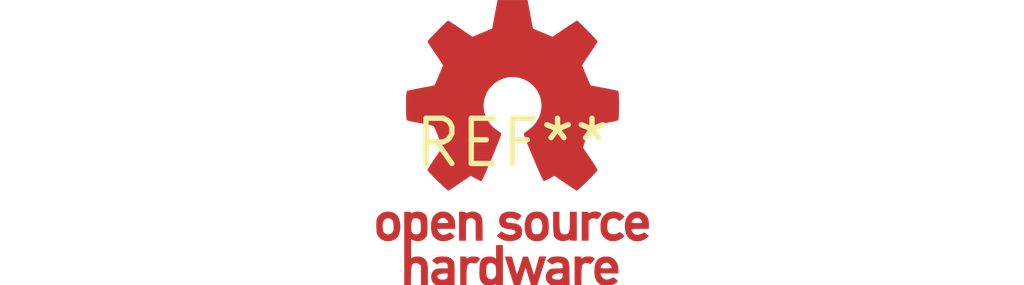
<source format=kicad_pcb>
(kicad_pcb (version 20240108) (generator pcbnew)
  (layers (0 "F.Cu" signal) (31 "B.Cu" signal) (34 "B.Paste" user) (35 "F.Paste" user) (36 "B.SilkS" user "B.Silkscreen") (37 "F.SilkS" user "F.Silkscreen") (38 "B.Mask" user) (39 "F.Mask" user) (44 "Edge.Cuts" user))
  (net 0 "")
  (footprint "OSHW-Logo_7.5x8mm_Copper" (layer "F.Cu") (at 0 0)
    (property "Reference" "REF**")
    (property "Value" "OSHW-Logo_7.5x8mm_Copper")
    (fp_poly (pts (xy 2.391388 1.937645) (xy 2.448865 1.955206) (xy 2.485872 1.977395) (xy 2.497927 1.994942) (xy 2.494609 2.015742) (xy 2.473079 2.048419) (xy 2.454874 2.071562) (xy 2.417344 2.113402) (xy 2.389148 2.131005) (xy 2.365111 2.129856) (xy 2.293808 2.11171) (xy 2.241442 2.112534) (xy 2.198918 2.133098) (xy 2.184642 2.145134) (xy 2.138947 2.187483) (xy 2.138947 2.740526) (xy 1.955131 2.740526) (xy 1.955131 1.938421) (xy 2.047039 1.938421) (xy 2.102219 1.940603) (xy 2.130688 1.948351) (xy 2.138943 1.963468) (xy 2.138947 1.963916) (xy 2.142845 1.979749) (xy 2.160474 1.977684) (xy 2.184901 1.966261) (xy 2.23535 1.945005) (xy 2.276316 1.932216) (xy 2.329028 1.928938) (xy 2.391388 1.937645)) (layer "F.Cu") (stroke (width 0.01)) (fill solid))
    (fp_poly (pts (xy 2.173167 3.191447) (xy 2.237408 3.204112) (xy 2.27398 3.222864) (xy 2.312453 3.254017) (xy 2.257717 3.323127) (xy 2.223969 3.364979) (xy 2.201053 3.385398) (xy 2.178279 3.388517) (xy 2.144956 3.378472) (xy 2.129314 3.372789) (xy 2.065542 3.364404) (xy 2.00714 3.382378) (xy 1.964264 3.422982) (xy 1.957299 3.435929) (xy 1.949713 3.470224) (xy 1.943859 3.533427) (xy 1.940011 3.62106) (xy 1.938443 3.72864) (xy 1.938421 3.743944) (xy 1.938421 4.010526) (xy 1.754605 4.010526) (xy 1.754605 3.19171) (xy 1.846513 3.19171) (xy 1.899507 3.193094) (xy 1.927115 3.199252) (xy 1.937324 3.213194) (xy 1.938421 3.226344) (xy 1.938421 3.260978) (xy 1.98245 3.226344) (xy 2.032937 3.202716) (xy 2.10076 3.191033) (xy 2.173167 3.191447)) (layer "F.Cu") (stroke (width 0.01)) (fill solid))
    (fp_poly (pts (xy -1.320119 3.193486) (xy -1.295112 3.200982) (xy -1.28705 3.217451) (xy -1.286711 3.224886) (xy -1.285264 3.245594) (xy -1.275302 3.248845) (xy -1.248388 3.234648) (xy -1.232402 3.224948) (xy -1.181967 3.204175) (xy -1.121728 3.193904) (xy -1.058566 3.193114) (xy -0.999363 3.200786) (xy -0.950998 3.215898) (xy -0.920354 3.237432) (xy -0.914311 3.264366) (xy -0.917361 3.27166) (xy -0.939594 3.301937) (xy -0.97407 3.339175) (xy -0.980306 3.345195) (xy -1.013167 3.372875) (xy -1.04152 3.381818) (xy -1.081173 3.375576) (xy -1.097058 3.371429) (xy -1.146491 3.361467) (xy -1.181248 3.365947) (xy -1.2106 3.381746) (xy -1.237487 3.402949) (xy -1.25729 3.429614) (xy -1.271052 3.466827) (xy -1.279816 3.519673) (xy -1.284626 3.593237) (xy -1.286526 3.692605) (xy -1.286711 3.752601) (xy -1.286711 4.010526) (xy -1.453816 4.010526) (xy -1.453816 3.19171) (xy -1.370264 3.19171) (xy -1.320119 3.193486)) (layer "F.Cu") (stroke (width 0.01)) (fill solid))
    (fp_poly (pts (xy 1.320131 2.198533) (xy 1.32171 2.321089) (xy 1.327481 2.414179) (xy 1.338991 2.481651) (xy 1.35779 2.527355) (xy 1.385426 2.555139) (xy 1.423448 2.568854) (xy 1.470526 2.572358) (xy 1.519832 2.568432) (xy 1.557283 2.554089) (xy 1.584428 2.525478) (xy 1.602815 2.478751) (xy 1.613993 2.410058) (xy 1.619511 2.31555) (xy 1.620921 2.198533) (xy 1.620921 1.938421) (xy 1.804736 1.938421) (xy 1.804736 2.740526) (xy 1.712828 2.740526) (xy 1.657422 2.738281) (xy 1.628891 2.730396) (xy 1.620921 2.715428) (xy 1.61612 2.702097) (xy 1.597014 2.704917) (xy 1.558504 2.723783) (xy 1.470239 2.752887) (xy 1.376623 2.750825) (xy 1.286921 2.719221) (xy 1.244204 2.694257) (xy 1.211621 2.667226) (xy 1.187817 2.633405) (xy 1.171439 2.588068) (xy 1.161131 2.526489) (xy 1.155541 2.443943) (xy 1.153312 2.335705) (xy 1.153026 2.252004) (xy 1.153026 1.938421) (xy 1.320131 1.938421) (xy 1.320131 2.198533)) (layer "F.Cu") (stroke (width 0.01)) (fill solid))
    (fp_poly (pts (xy -1.002043 1.952226) (xy -0.960454 1.97209) (xy -0.920175 2.000784) (xy -0.88949 2.033809) (xy -0.867139 2.075931) (xy -0.851864 2.131915) (xy -0.842408 2.206528) (xy -0.837513 2.304535) (xy -0.835919 2.430702) (xy -0.835894 2.443914) (xy -0.835527 2.740526) (xy -1.019343 2.740526) (xy -1.019343 2.467081) (xy -1.019473 2.365777) (xy -1.020379 2.292353) (xy -1.022827 2.241271) (xy -1.027586 2.20699) (xy -1.035426 2.183971) (xy -1.047115 2.166673) (xy -1.063398 2.149581) (xy -1.120366 2.112857) (xy -1.182555 2.106042) (xy -1.241801 2.129261) (xy -1.262405 2.146543) (xy -1.27753 2.162791) (xy -1.28839 2.180191) (xy -1.29569 2.204212) (xy -1.300137 2.240322) (xy -1.302436 2.293988) (xy -1.303296 2.37068) (xy -1.303422 2.464043) (xy -1.303422 2.740526) (xy -1.487237 2.740526) (xy -1.487237 1.938421) (xy -1.395329 1.938421) (xy -1.340149 1.940603) (xy -1.31168 1.948351) (xy -1.303425 1.963468) (xy -1.303422 1.963916) (xy -1.299592 1.97872) (xy -1.282699 1.97704) (xy -1.249112 1.960773) (xy -1.172937 1.93684) (xy -1.0858 1.934178) (xy -1.002043 1.952226)) (layer "F.Cu") (stroke (width 0.01)) (fill solid))
    (fp_poly (pts (xy 2.946576 1.945419) (xy 3.043395 1.986549) (xy 3.07389 2.006571) (xy 3.112865 2.03734) (xy 3.137331 2.061533) (xy 3.141578 2.069413) (xy 3.129584 2.086899) (xy 3.098887 2.11657) (xy 3.074312 2.137279) (xy 3.007046 2.191336) (xy 2.95393 2.146642) (xy 2.912884 2.117789) (xy 2.872863 2.107829) (xy 2.827059 2.110261) (xy 2.754324 2.128345) (xy 2.704256 2.165881) (xy 2.673829 2.226562) (xy 2.660017 2.314081) (xy 2.660013 2.314136) (xy 2.661208 2.411958) (xy 2.679772 2.48373) (xy 2.716804 2.532595) (xy 2.74205 2.549143) (xy 2.809097 2.569749) (xy 2.880709 2.569762) (xy 2.943015 2.549768) (xy 2.957763 2.54) (xy 2.99475 2.515047) (xy 3.023668 2.510958) (xy 3.054856 2.52953) (xy 3.089336 2.562887) (xy 3.143912 2.619196) (xy 3.083318 2.669142) (xy 2.989698 2.725513) (xy 2.884125 2.753293) (xy 2.773798 2.751282) (xy 2.701343 2.732862) (xy 2.616656 2.68731) (xy 2.548927 2.61565) (xy 2.518157 2.565066) (xy 2.493236 2.492488) (xy 2.480766 2.400569) (xy 2.48067 2.300948) (xy 2.49287 2.205267) (xy 2.51729 2.125169) (xy 2.521136 2.116956) (xy 2.578093 2.036413) (xy 2.655209 1.977771) (xy 2.74639 1.942247) (xy 2.845543 1.931057) (xy 2.946576 1.945419)) (layer "F.Cu") (stroke (width 0.01)) (fill solid))
    (fp_poly (pts (xy 0.811669 1.94831) (xy 0.896192 1.99434) (xy 0.962321 2.067006) (xy 0.993478 2.126106) (xy 1.006855 2.178305) (xy 1.015522 2.252719) (xy 1.019237 2.338442) (xy 1.017754 2.424569) (xy 1.010831 2.500193) (xy 1.002745 2.540584) (xy 0.975465 2.59584) (xy 0.92822 2.65453) (xy 0.871282 2.705852) (xy 0.814924 2.739005) (xy 0.81355 2.739531) (xy 0.743616 2.754018) (xy 0.660737 2.754377) (xy 0.581977 2.741188) (xy 0.551566 2.730617) (xy 0.473239 2.686201) (xy 0.417143 2.628007) (xy 0.380286 2.550965) (xy 0.35968 2.450001) (xy 0.355018 2.397116) (xy 0.355613 2.330663) (xy 0.534736 2.330663) (xy 0.54077 2.42763) (xy 0.558138 2.501523) (xy 0.58574 2.548736) (xy 0.605404 2.562237) (xy 0.655787 2.571651) (xy 0.715673 2.568864) (xy 0.767449 2.555316) (xy 0.781027 2.547862) (xy 0.816849 2.504451) (xy 0.840493 2.438014) (xy 0.850558 2.357161) (xy 0.845642 2.270502) (xy 0.834655 2.218349) (xy 0.803109 2.157951) (xy 0.753311 2.120197) (xy 0.693337 2.107143) (xy 0.631264 2.120849) (xy 0.583582 2.154372) (xy 0.558525 2.182031) (xy 0.5439 2.209294) (xy 0.536929 2.24619) (xy 0.534833 2.30275) (xy 0.534736 2.330663) (xy 0.355613 2.330663) (xy 0.356282 2.255994) (xy 0.379265 2.140271) (xy 0.423972 2.049941) (xy 0.490405 1.985) (xy 0.578565 1.945445) (xy 0.597495 1.940858) (xy 0.711266 1.93009) (xy 0.811669 1.94831)) (layer "F.Cu") (stroke (width 0.01)) (fill solid))
    (fp_poly (pts (xy 0.37413 3.195104) (xy 0.44022 3.200066) (xy 0.526626 3.459079) (xy 0.613031 3.718092) (xy 0.640124 3.626184) (xy 0.656428 3.569384) (xy 0.677875 3.492625) (xy 0.701035 3.408251) (xy 0.71328 3.362993) (xy 0.759344 3.19171) (xy 0.949387 3.19171) (xy 0.892582 3.371349) (xy 0.864607 3.459704) (xy 0.830813 3.566281) (xy 0.79552 3.677454) (xy 0.764013 3.776579) (xy 0.69225 4.002171) (xy 0.537286 4.012253) (xy 0.49527 3.873528) (xy 0.469359 3.787351) (xy 0.441083 3.692347) (xy 0.416369 3.608441) (xy 0.415394 3.605102) (xy 0.396935 3.548248) (xy 0.380649 3.509456) (xy 0.369242 3.494787) (xy 0.366898 3.496483) (xy 0.358671 3.519225) (xy 0.343038 3.56794) (xy 0.321904 3.636502) (xy 0.29717 3.718785) (xy 0.283787 3.764046) (xy 0.211311 4.010526) (xy 0.057495 4.010526) (xy -0.065469 3.622006) (xy -0.100012 3.513022) (xy -0.131479 3.414048) (xy -0.158384 3.329736) (xy -0.179241 3.264734) (xy -0.192562 3.223692) (xy -0.196612 3.211701) (xy -0.193406 3.199423) (xy -0.168235 3.194046) (xy -0.115854 3.194584) (xy -0.107655 3.19499) (xy -0.010518 3.200066) (xy 0.0531 3.434013) (xy 0.076484 3.519333) (xy 0.097381 3.594335) (xy 0.113951 3.652507) (xy 0.124354 3.687337) (xy 0.126276 3.693016) (xy 0.134241 3.686486) (xy 0.150304 3.652654) (xy 0.172621 3.596127) (xy 0.199345 3.52151) (xy 0.221937 3.454107) (xy 0.308041 3.190143) (xy 0.37413 3.195104)) (layer "F.Cu") (stroke (width 0.01)) (fill solid))
    (fp_poly (pts (xy -3.373216 1.947104) (xy -3.285795 1.985754) (xy -3.21943 2.05029) (xy -3.174024 2.140812) (xy -3.149482 2.257418) (xy -3.147723 2.275624) (xy -3.146344 2.403984) (xy -3.164216 2.516496) (xy -3.20025 2.607688) (xy -3.219545 2.637022) (xy -3.286755 2.699106) (xy -3.37235 2.739316) (xy -3.46811 2.756003) (xy -3.565813 2.747517) (xy -3.640083 2.72138) (xy -3.703953 2.677335) (xy -3.756154 2.619587) (xy -3.757057 2.618236) (xy -3.778256 2.582593) (xy -3.792033 2.546752) (xy -3.800376 2.501519) (xy -3.805273 2.437701) (xy -3.807431 2.385368) (xy -3.808329 2.33791) (xy -3.641257 2.33791) (xy -3.639624 2.385154) (xy -3.633696 2.448046) (xy -3.623239 2.488407) (xy -3.604381 2.517122) (xy -3.586719 2.533896) (xy -3.524106 2.569016) (xy -3.458592 2.57371) (xy -3.397579 2.54844) (xy -3.367072 2.520124) (xy -3.345089 2.491589) (xy -3.332231 2.464284) (xy -3.326588 2.42875) (xy -3.326249 2.375524) (xy -3.327988 2.326506) (xy -3.331729 2.256482) (xy -3.337659 2.211064) (xy -3.348347 2.18144) (xy -3.366361 2.158797) (xy -3.380637 2.145855) (xy -3.440349 2.11186) (xy -3.504766 2.110165) (xy -3.558781 2.130301) (xy -3.60486 2.172352) (xy -3.632311 2.241428) (xy -3.641257 2.33791) (xy -3.808329 2.33791) (xy -3.809401 2.281299) (xy -3.806036 2.203468) (xy -3.795955 2.14493) (xy -3.777774 2.098737) (xy -3.75011 2.057942) (xy -3.739854 2.045828) (xy -3.675722 1.985474) (xy -3.606934 1.95022) (xy -3.522811 1.93545) (xy -3.481791 1.934243) (xy -3.373216 1.947104)) (layer "F.Cu") (stroke (width 0.01)) (fill solid))
    (fp_poly (pts (xy -0.267369 4.010526) (xy -0.359277 4.010526) (xy -0.412623 4.008962) (xy -0.440407 4.002485) (xy -0.45041 3.988418) (xy -0.451185 3.978906) (xy -0.452872 3.959832) (xy -0.46351 3.956174) (xy -0.491465 3.967932) (xy -0.513205 3.978906) (xy -0.596668 4.004911) (xy -0.687396 4.006416) (xy -0.761158 3.987021) (xy -0.829846 3.940165) (xy -0.882206 3.871004) (xy -0.910878 3.789427) (xy -0.911608 3.784866) (xy -0.915868 3.735101) (xy -0.917986 3.663659) (xy -0.917816 3.609626) (xy -0.73528 3.609626) (xy -0.731051 3.681441) (xy -0.721432 3.740634) (xy -0.70841 3.77406) (xy -0.659144 3.81974) (xy -0.60065 3.836115) (xy -0.540329 3.822873) (xy -0.488783 3.783373) (xy -0.469262 3.756807) (xy -0.457848 3.725106) (xy -0.452502 3.678832) (xy -0.451185 3.609328) (xy -0.453542 3.540499) (xy -0.459767 3.480026) (xy -0.468592 3.439556) (xy -0.470063 3.435929) (xy -0.505653 3.392802) (xy -0.5576 3.369124) (xy -0.615722 3.365301) (xy -0.66984 3.381738) (xy -0.709774 3.41884) (xy -0.713917 3.426222) (xy -0.726884 3.471239) (xy -0.733948 3.535967) (xy -0.73528 3.609626) (xy -0.917816 3.609626) (xy -0.917729 3.58223) (xy -0.916528 3.538405) (xy -0.908355 3.429988) (xy -0.89137 3.348588) (xy -0.863113 3.288412) (xy -0.821128 3.243666) (xy -0.780368 3.2174) (xy -0.723419 3.198935) (xy -0.652589 3.192602) (xy -0.580059 3.19776) (xy -0.518014 3.213769) (xy -0.485232 3.23292) (xy -0.451185 3.263732) (xy -0.451185 2.87421) (xy -0.267369 2.87421) (xy -0.267369 4.010526)) (layer "F.Cu") (stroke (width 0.01)) (fill solid))
    (fp_poly (pts (xy 3.558784 1.935554) (xy 3.601574 1.945949) (xy 3.683609 1.984013) (xy 3.753757 2.042149) (xy 3.802305 2.111852) (xy 3.808975 2.127502) (xy 3.818124 2.168496) (xy 3.824529 2.229138) (xy 3.82671 2.29043) (xy 3.82671 2.406316) (xy 3.584407 2.406316) (xy 3.484471 2.406693) (xy 3.414069 2.408987) (xy 3.369313 2.414938) (xy 3.346315 2.426285) (xy 3.341189 2.444771) (xy 3.350048 2.472136) (xy 3.365917 2.504155) (xy 3.410184 2.557592) (xy 3.471699 2.584215) (xy 3.546885 2.583347) (xy 3.632053 2.554371) (xy 3.705659 2.518611) (xy 3.766734 2.566904) (xy 3.82781 2.615197) (xy 3.770351 2.668285) (xy 3.693641 2.718445) (xy 3.599302 2.748688) (xy 3.497827 2.757151) (xy 3.399711 2.741974) (xy 3.383881 2.736824) (xy 3.297647 2.691791) (xy 3.233501 2.624652) (xy 3.190091 2.533405) (xy 3.166064 2.416044) (xy 3.165784 2.413529) (xy 3.163633 2.285627) (xy 3.172329 2.239997) (xy 3.342105 2.239997) (xy 3.357697 2.247013) (xy 3.400029 2.252388) (xy 3.462434 2.255457) (xy 3.501981 2.255921) (xy 3.575728 2.25563) (xy 3.62184 2.253783) (xy 3.6461 2.248912) (xy 3.654294 2.239555) (xy 3.652206 2.224245) (xy 3.650455 2.218322) (xy 3.62056 2.162668) (xy 3.573542 2.117815) (xy 3.532049 2.098105) (xy 3.476926 2.099295) (xy 3.421068 2.123875) (xy 3.374212 2.16457) (xy 3.346094 2.214108) (xy 3.342105 2.239997) (xy 3.172329 2.239997) (xy 3.185074 2.173133) (xy 3.227611 2.078727) (xy 3.288747 2.005088) (xy 3.365985 1.954893) (xy 3.45683 1.930822) (xy 3.558784 1.935554)) (layer "F.Cu") (stroke (width 0.01)) (fill solid))
    (fp_poly (pts (xy 0.018628 1.935547) (xy 0.081908 1.947548) (xy 0.147557 1.972648) (xy 0.154572 1.975848) (xy 0.204356 2.002026) (xy 0.238834 2.026353) (xy 0.249978 2.041937) (xy 0.239366 2.067353) (xy 0.213588 2.104853) (xy 0.202146 2.118852) (xy 0.154992 2.173954) (xy 0.094201 2.138086) (xy 0.036347 2.114192) (xy -0.0305 2.10142) (xy -0.094606 2.100613) (xy -0.144236 2.112615) (xy -0.156146 2.120105) (xy -0.178828 2.15445) (xy -0.181584 2.194013) (xy -0.164612 2.22492) (xy -0.154573 2.230913) (xy -0.12449 2.238357) (xy -0.071611 2.247106) (xy -0.006425 2.255467) (xy 0.0056 2.256778) (xy 0.110297 2.274888) (xy 0.186232 2.305651) (xy 0.236592 2.351907) (xy 0.264564 2.416497) (xy 0.273278 2.495387) (xy 0.26124 2.585065) (xy 0.222151 2.655486) (xy 0.155855 2.706777) (xy 0.062194 2.739067) (xy -0.041777 2.751807) (xy -0.126562 2.751654) (xy -0.195335 2.740083) (xy -0.242303 2.724109) (xy -0.30165 2.696275) (xy -0.356494 2.663973) (xy -0.375987 2.649755) (xy -0.426119 2.608835) (xy -0.305197 2.486477) (xy -0.236457 2.531967) (xy -0.167512 2.566133) (xy -0.093889 2.584004) (xy -0.023117 2.585889) (xy 0.037274 2.572101) (xy 0.079757 2.542949) (xy 0.093474 2.518352) (xy 0.091417 2.478904) (xy 0.05733 2.448737) (xy -0.008692 2.427906) (xy -0.081026 2.418279) (xy -0.192348 2.39991) (xy -0.275048 2.365254) (xy -0.330235 2.313297) (xy -0.359012 2.243023) (xy -0.362999 2.159707) (xy -0.343307 2.072681) (xy -0.298411 2.006902) (xy -0.227909 1.962068) (xy -0.131399 1.937879) (xy -0.0599 1.933137) (xy 0.018628 1.935547)) (layer "F.Cu") (stroke (width 0.01)) (fill solid))
    (fp_poly (pts (xy 2.701193 3.196078) (xy 2.781068 3.216845) (xy 2.847962 3.259705) (xy 2.880351 3.291723) (xy 2.933445 3.367413) (xy 2.963873 3.455216) (xy 2.974327 3.56315) (xy 2.97438 3.571875) (xy 2.974473 3.659605) (xy 2.469534 3.659605) (xy 2.480298 3.705559) (xy 2.499732 3.747178) (xy 2.533745 3.790544) (xy 2.54086 3.797467) (xy 2.602003 3.834935) (xy 2.671729 3.841289) (xy 2.751987 3.816638) (xy 2.765592 3.81) (xy 2.807319 3.789819) (xy 2.835268 3.778321) (xy 2.840145 3.777258) (xy 2.857168 3.787583) (xy 2.889633 3.812845) (xy 2.906114 3.82665) (xy 2.940264 3.858361) (xy 2.951478 3.879299) (xy 2.943695 3.89856) (xy 2.939535 3.903827) (xy 2.911357 3.926878) (xy 2.864862 3.954892) (xy 2.832434 3.971246) (xy 2.740385 4.000059) (xy 2.638476 4.009395) (xy 2.541963 3.998332) (xy 2.514934 3.990412) (xy 2.431276 3.945581) (xy 2.369266 3.876598) (xy 2.328545 3.782794) (xy 2.308755 3.663498) (xy 2.306582 3.601118) (xy 2.312926 3.510298) (xy 2.473157 3.510298) (xy 2.488655 3.517012) (xy 2.530312 3.52228) (xy 2.590876 3.525389) (xy 2.631907 3.525921) (xy 2.705711 3.525408) (xy 2.752293 3.523006) (xy 2.777848 3.517422) (xy 2.788569 3.507361) (xy 2.790657 3.492763) (xy 2.776331 3.447796) (xy 2.740262 3.403353) (xy 2.692815 3.369242) (xy 2.645349 3.355288) (xy 2.580879 3.367666) (xy 2.52507 3.403452) (xy 2.486374 3.455033) (xy 2.473157 3.510298) (xy 2.312926 3.510298) (xy 2.315821 3.468866) (xy 2.344336 3.363498) (xy 2.392729 3.284178) (xy 2.461604 3.230071) (xy 2.551565 3.200343) (xy 2.6003 3.194618) (xy 2.701193 3.196078)) (layer "F.Cu") (stroke (width 0.01)) (fill solid))
    (fp_poly (pts (xy -1.802982 1.957027) (xy -1.78633 1.964866) (xy -1.728695 2.007086) (xy -1.674195 2.0687) (xy -1.633501 2.136543) (xy -1.621926 2.167734) (xy -1.611366 2.223449) (xy -1.605069 2.290781) (xy -1.604304 2.318585) (xy -1.604211 2.406316) (xy -2.10915 2.406316) (xy -2.098387 2.45227) (xy -2.071967 2.50662) (xy -2.025778 2.553591) (xy -1.970828 2.583848) (xy -1.935811 2.590131) (xy -1.888323 2.582506) (xy -1.831665 2.563383) (xy -1.812418 2.554584) (xy -1.741241 2.519036) (xy -1.680498 2.565367) (xy -1.645448 2.596703) (xy -1.626798 2.622567) (xy -1.625853 2.630158) (xy -1.642515 2.648556) (xy -1.67903 2.676515) (xy -1.712172 2.698327) (xy -1.801607 2.737537) (xy -1.901871 2.755285) (xy -2.001246 2.75067) (xy -2.080461 2.726551) (xy -2.16212 2.674884) (xy -2.220151 2.606856) (xy -2.256454 2.518843) (xy -2.272928 2.407216) (xy -2.274389 2.356138) (xy -2.268543 2.239091) (xy -2.267825 2.235686) (xy -2.100511 2.235686) (xy -2.095903 2.246662) (xy -2.076964 2.252715) (xy -2.037902 2.25531) (xy -1.972923 2.25591) (xy -1.947903 2.255921) (xy -1.871779 2.255014) (xy -1.823504 2.25172) (xy -1.79754 2.245181) (xy -1.788352 2.234537) (xy -1.788027 2.231119) (xy -1.798513 2.203956) (xy -1.824758 2.165903) (xy -1.836041 2.152579) (xy -1.877928 2.114896) (xy -1.921591 2.10008) (xy -1.945115 2.098842) (xy -2.008757 2.114329) (xy -2.062127 2.15593) (xy -2.095981 2.216353) (xy -2.096581 2.218322) (xy -2.100511 2.235686) (xy -2.267825 2.235686) (xy -2.249101 2.146928) (xy -2.214078 2.07319) (xy -2.171244 2.020848) (xy -2.092052 1.964092) (xy -1.99896 1.933762) (xy -1.899945 1.931021) (xy -1.802982 1.957027)) (layer "F.Cu") (stroke (width 0.01)) (fill solid))
    (fp_poly (pts (xy 1.379992 3.196673) (xy 1.450427 3.21378) (xy 1.470787 3.222844) (xy 1.510253 3.246583) (xy 1.540541 3.273321) (xy 1.562952 3.307699) (xy 1.578786 3.35436) (xy 1.589343 3.417946) (xy 1.595924 3.503099) (xy 1.599828 3.614462) (xy 1.60131 3.688849) (xy 1.606765 4.010526) (xy 1.51358 4.010526) (xy 1.457047 4.008156) (xy 1.427922 4.000055) (xy 1.420394 3.986451) (xy 1.41642 3.971741) (xy 1.398652 3.974554) (xy 1.37444 3.986348) (xy 1.313828 4.004427) (xy 1.235929 4.009299) (xy 1.153995 4.00133) (xy 1.081281 3.980889) (xy 1.074759 3.978051) (xy 1.008302 3.931365) (xy 0.964491 3.866464) (xy 0.944332 3.7906) (xy 0.945872 3.763344) (xy 1.110345 3.763344) (xy 1.124837 3.800024) (xy 1.167805 3.826309) (xy 1.237129 3.840417) (xy 1.274177 3.84229) (xy 1.335919 3.837494) (xy 1.37696 3.818858) (xy 1.386973 3.81) (xy 1.4141 3.761806) (xy 1.420394 3.718092) (xy 1.420394 3.659605) (xy 1.33893 3.659605) (xy 1.244234 3.664432) (xy 1.177813 3.679613) (xy 1.135846 3.7062) (xy 1.126449 3.718052) (xy 1.110345 3.763344) (xy 0.945872 3.763344) (xy 0.948829 3.711026) (xy 0.978985 3.634995) (xy 1.020131 3.583612) (xy 1.045052 3.561397) (xy 1.069448 3.546798) (xy 1.101191 3.537897) (xy 1.148152 3.532775) (xy 1.218204 3.529515) (xy 1.24599 3.528577) (xy 1.420394 3.522879) (xy 1.420138 3.470091) (xy 1.413384 3.414603) (xy 1.388964 3.381052) (xy 1.33963 3.359618) (xy 1.338306 3.359236) (xy 1.26836 3.350808) (xy 1.199914 3.361816) (xy 1.149047 3.388585) (xy 1.128637 3.401803) (xy 1.106654 3.399974) (xy 1.072826 3.380824) (xy 1.052961 3.367308) (xy 1.014106 3.338432) (xy 0.990038 3.316786) (xy 0.986176 3.310589) (xy 1.002079 3.278519) (xy 1.049065 3.240219) (xy 1.069473 3.227297) (xy 1.128143 3.205041) (xy 1.207212 3.192432) (xy 1.295041 3.1896) (xy 1.379992 3.196673)) (layer "F.Cu") (stroke (width 0.01)) (fill solid))
    (fp_poly (pts (xy -1.839543 3.198184) (xy -1.76093 3.21916) (xy -1.701084 3.25718) (xy -1.658853 3.306978) (xy -1.645725 3.32823) (xy -1.636032 3.350492) (xy -1.629256 3.37897) (xy -1.624877 3.418871) (xy -1.622376 3.475401) (xy -1.621232 3.553767) (xy -1.620928 3.659176) (xy -1.620922 3.687142) (xy -1.620922 4.010526) (xy -1.701132 4.010526) (xy -1.752294 4.006943) (xy -1.790123 3.997866) (xy -1.799601 3.992268) (xy -1.825512 3.982606) (xy -1.851976 3.992268) (xy -1.895548 4.00433) (xy -1.95884 4.009185) (xy -2.02899 4.007078) (xy -2.09314 3.998256) (xy -2.130593 3.986937) (xy -2.203067 3.940412) (xy -2.24836 3.875846) (xy -2.268722 3.79) (xy -2.268912 3.787796) (xy -2.267125 3.749713) (xy -2.105527 3.749713) (xy -2.091399 3.79303) (xy -2.068388 3.817408) (xy -2.022196 3.835845) (xy -1.961225 3.843205) (xy -1.899051 3.839583) (xy -1.849249 3.825074) (xy -1.835297 3.815765) (xy -1.810915 3.772753) (xy -1.804737 3.723857) (xy -1.804737 3.659605) (xy -1.897182 3.659605) (xy -1.985005 3.666366) (xy -2.051582 3.68552) (xy -2.092998 3.715376) (xy -2.105527 3.749713) (xy -2.267125 3.749713) (xy -2.26451 3.694004) (xy -2.233576 3.619847) (xy -2.175419 3.563767) (xy -2.16738 3.558665) (xy -2.132837 3.542055) (xy -2.090082 3.531996) (xy -2.030314 3.527107) (xy -1.95931 3.525983) (xy -1.804737 3.525921) (xy -1.804737 3.461125) (xy -1.811294 3.41085) (xy -1.828025 3.377169) (xy -1.829984 3.375376) (xy -1.867217 3.360642) (xy -1.92342 3.354931) (xy -1.985533 3.357737) (xy -2.04049 3.368556) (xy -2.073101 3.384782) (xy -2.090772 3.39778) (xy -2.109431 3.400262) (xy -2.135181 3.389613) (xy -2.174127 3.363218) (xy -2.23237 3.318465) (xy -2.237716 3.314273) (xy -2.234977 3.29876) (xy -2.212124 3.27296) (xy -2.177391 3.244289) (xy -2.13901 3.220166) (xy -2.126952 3.21447) (xy -2.082966 3.203103) (xy -2.018513 3.194995) (xy -1.946503 3.191743) (xy -1.943136 3.191736) (xy -1.839543 3.198184)) (layer "F.Cu") (stroke (width 0.01)) (fill solid))
    (fp_poly (pts (xy -2.53664 1.952468) (xy -2.501408 1.969874) (xy -2.45796 2.000206) (xy -2.426294 2.033283) (xy -2.404606 2.074817) (xy -2.391097 2.130522) (xy -2.383962 2.206111) (xy -2.3814 2.307296) (xy -2.38125 2.350797) (xy -2.381688 2.446135) (xy -2.383504 2.514271) (xy -2.387455 2.561418) (xy -2.394298 2.59379) (xy -2.404789 2.6176) (xy -2.415704 2.633843) (xy -2.485381 2.702952) (xy -2.567434 2.744521) (xy -2.65595 2.757023) (xy -2.745019 2.738934) (xy -2.773237 2.726142) (xy -2.84079 2.690931) (xy -2.84079 3.2427) (xy -2.791488 3.217205) (xy -2.726527 3.19748) (xy -2.64668 3.192427) (xy -2.566948 3.201756) (xy -2.506735 3.222714) (xy -2.456792 3.262627) (xy -2.414119 3.319741) (xy -2.41091 3.325605) (xy -2.397378 3.353227) (xy -2.387495 3.381068) (xy -2.380691 3.414794) (xy -2.376399 3.460071) (xy -2.374049 3.522562) (xy -2.373072 3.607935) (xy -2.372895 3.70401) (xy -2.372895 4.010526) (xy -2.556711 4.010526) (xy -2.556711 3.445339) (xy -2.608125 3.402077) (xy -2.661534 3.367472) (xy -2.712112 3.36118) (xy -2.76297 3.377372) (xy -2.790075 3.393227) (xy -2.810249 3.41581) (xy -2.824597 3.44994) (xy -2.834224 3.500434) (xy -2.840237 3.572111) (xy -2.84374 3.669788) (xy -2.844974 3.734802) (xy -2.849145 4.002171) (xy -2.936875 4.007222) (xy -3.024606 4.012273) (xy -3.024606 2.353101) (xy -2.84079 2.353101) (xy -2.836104 2.4456) (xy -2.820312 2.509809) (xy -2.790817 2.549759) (xy -2.74502 2.56948) (xy -2.69875 2.573421) (xy -2.646372 2.568892) (xy -2.61161 2.551069) (xy -2.589872 2.527519) (xy -2.57276 2.502189) (xy -2.562573 2.473969) (xy -2.55804 2.434431) (xy -2.557891 2.375142) (xy -2.559416 2.325498) (xy -2.562919 2.25071) (xy -2.568133 2.201611) (xy -2.576913 2.170467) (xy -2.591114 2.149545) (xy -2.604516 2.137452) (xy -2.660513 2.111081) (xy -2.726789 2.106822) (xy -2.764844 2.115906) (xy -2.802523 2.148196) (xy -2.827481 2.211006) (xy -2.839578 2.303894) (xy -2.84079 2.353101) (xy -3.024606 2.353101) (xy -3.024606 1.938421) (xy -2.932698 1.938421) (xy -2.877517 1.940603) (xy -2.849048 1.948351) (xy -2.840794 1.963468) (xy -2.84079 1.963916) (xy -2.83696 1.97872) (xy -2.820067 1.977039) (xy -2.786481 1.960772) (xy -2.708222 1.935887) (xy -2.620173 1.933271) (xy -2.53664 1.952468)) (layer "F.Cu") (stroke (width 0.01)) (fill solid))
    (fp_poly (pts (xy 0.500964 -3.601424) (xy 0.576513 -3.200678) (xy 1.134041 -2.970846) (xy 1.468465 -3.198252) (xy 1.562122 -3.261569) (xy 1.646782 -3.318104) (xy 1.718495 -3.365273) (xy 1.773311 -3.400498) (xy 1.80728 -3.421195) (xy 1.81653 -3.425658) (xy 1.833195 -3.41418) (xy 1.868806 -3.382449) (xy 1.919371 -3.334517) (xy 1.9809 -3.274438) (xy 2.049399 -3.206267) (xy 2.120879 -3.134055) (xy 2.191347 -3.061858) (xy 2.256811 -2.993727) (xy 2.31328 -2.933717) (xy 2.356763 -2.885881) (xy 2.383268 -2.854273) (xy 2.389605 -2.843695) (xy 2.380486 -2.824194) (xy 2.35492 -2.781469) (xy 2.315597 -2.719702) (xy 2.265203 -2.643069) (xy 2.206427 -2.555752) (xy 2.172368 -2.505948) (xy 2.110289 -2.415007) (xy 2.055126 -2.332941) (xy 2.009554 -2.263837) (xy 1.97625 -2.211778) (xy 1.95789 -2.18085) (xy 1.955131 -2.17435) (xy 1.961385 -2.155879) (xy 1.978434 -2.112828) (xy 2.003703 -2.051251) (xy 2.034622 -1.977201) (xy 2.068618 -1.89673) (xy 2.103118 -1.815893) (xy 2.135551 -1.740742) (xy 2.163343 -1.677329) (xy 2.183923 -1.631707) (xy 2.194719 -1.609931) (xy 2.195356 -1.609074) (xy 2.212307 -1.604916) (xy 2.257451 -1.595639) (xy 2.32611 -1.582156) (xy 2.413602 -1.565379) (xy 2.51525 -1.546219) (xy 2.574556 -1.53517) (xy 2.683172 -1.51449) (xy 2.781277 -1.494811) (xy 2.863909 -1.477211) (xy 2.926104 -1.462767) (xy 2.962899 -1.452554) (xy 2.970296 -1.449314) (xy 2.97754 -1.427383) (xy 2.983385 -1.377853) (xy 2.987835 -1.306515) (xy 2.990893 -1.219161) (xy 2.992565 -1.121583) (xy 2.992853 -1.019574) (xy 2.991761 -0.918925) (xy 2.989294 -0.825428) (xy 2.985456 -0.744875) (xy 2.98025 -0.683058) (xy 2.973681 -0.64577) (xy 2.969741 -0.638007) (xy 2.946188 -0.628702) (xy 2.896282 -0.6154) (xy 2.826623 -0.599663) (xy 2.743813 -0.583054) (xy 2.714905 -0.577681) (xy 2.575531 -0.552152) (xy 2.465436 -0.531592) (xy 2.380982 -0.515185) (xy 2.31853 -0.502113) (xy 2.274444 -0.491559) (xy 2.245085 -0.482706) (xy 2.226815 -0.474737) (xy 2.215998 -0.466835) (xy 2.214485 -0.465273) (xy 2.199377 -0.440114) (xy 2.176329 -0.39115) (xy 2.147644 -0.324379) (xy 2.115622 -0.245795) (xy 2.082565 -0.161393) (xy 2.050773 -0.07717) (xy 2.022549 0.000879) (xy 2.000193 0.066759) (xy 1.986007 0.114473) (xy 1.982293 0.138027) (xy 1.982602 0.138852) (xy 1.995189 0.158104) (xy 2.023744 0.200463) (xy 2.065267 0.261521) (xy 2.116756 0.336868) (xy 2.175211 0.422096) (xy 2.191858 0.446315) (xy 2.251215 0.534123) (xy 2.303447 0.614238) (xy 2.345708 0.682062) (xy 2.375153 0.732993) (xy 2.388937 0.762431) (xy 2.389605 0.766048) (xy 2.378024 0.785057) (xy 2.346024 0.822714) (xy 2.297718 0.874973) (xy 2.23722 0.937786) (xy 2.168644 1.007106) (xy 2.096104 1.078885) (xy 2.023712 1.149077) (xy 1.955584 1.213635) (xy 1.895832 1.26851) (xy 1.848571 1.309656) (xy 1.817913 1.333026) (xy 1.809432 1.336842) (xy 1.789691 1.327855) (xy 1.749274 1.303616) (xy 1.694763 1.268209) (xy 1.652823 1.239711) (xy 1.576829 1.187418) (xy 1.486834 1.125845) (xy 1.396564 1.06437) (xy 1.348032 1.031469) (xy 1.183762 0.920359) (xy 1.045869 0.994916) (xy 0.983049 1.027578) (xy 0.929629 1.052966) (xy 0.893484 1.067446) (xy 0.884284 1.06946) (xy 0.873221 1.054584) (xy 0.851394 1.012547) (xy 0.820434 0.947227) (xy 0.78197 0.8625) (xy 0.737632 0.762245) (xy 0.689047 0.650339) (xy 0.637846 0.530659) (xy 0.585659 0.407084) (xy 0.534113 0.283491) (xy 0.48484 0.163757) (xy 0.439467 0.051759) (xy 0.399625 -0.048623) (xy 0.366942 -0.133514) (xy 0.343049 -0.199035) (xy 0.329574 -0.24131) (xy 0.327406 -0.255828) (xy 0.344583 -0.274347) (xy 0.38219 -0.30441) (xy 0.432366 -0.339768) (xy 0.436578 -0.342566) (xy 0.566264 -0.446375) (xy 0.670834 -0.567485) (xy 0.749381 -0.702024) (xy 0.800999 -0.846118) (xy 0.824782 -0.995895) (xy 0.819823 -1.147483) (xy 0.785217 -1.297008) (xy 0.720057 -1.4406) (xy 0.700886 -1.472016) (xy 0.601174 -1.598875) (xy 0.483377 -1.700745) (xy 0.351571 -1.777096) (xy 0.209833 -1.827398) (xy 0.062242 -1.851121) (xy -0.087127 -1.847735) (xy -0.234197 -1.816712) (xy -0.374889 -1.75752) (xy -0.505127 -1.669631) (xy -0.545414 -1.633958) (xy -0.647945 -1.522294) (xy -0.722659 -1.404743) (xy -0.77391 -1.27298) (xy -0.802454 -1.142493) (xy -0.8095 -0.995784) (xy -0.786004 -0.848347) (xy -0.734351 -0.705166) (xy -0.656929 -0.571223) (xy -0.556125 -0.451502) (xy -0.434324 -0.350986) (xy -0.418316 -0.340391) (xy -0.367602 -0.305694) (xy -0.32905 -0.27563) (xy -0.310619 -0.256435) (xy -0.310351 -0.255828) (xy -0.314308 -0.235064) (xy -0.329993 -0.187938) (xy -0.355778 -0.118327) (xy -0.390031 -0.030107) (xy -0.431123 0.072844) (xy -0.477424 0.18665) (xy -0.527304 0.307435) (xy -0.579133 0.431321) (xy -0.631281 0.554432) (xy -0.682118 0.672891) (xy -0.730013 0.782823) (xy -0.773338 0.880349) (xy -0.810462 0.961593) (xy -0.839756 1.022679) (xy -0.859588 1.05973) (xy -0.867574 1.06946) (xy -0.891979 1.061883) (xy -0.937642 1.04156) (xy -0.99669 1.012125) (xy -1.02916 0.994916) (xy -1.167053 0.920359) (xy -1.331323 1.031469) (xy -1.415179 1.08839) (xy -1.506987 1.15103) (xy -1.59302 1.210011) (xy -1.636113 1.239711) (xy -1.696723 1.28041) (xy -1.748045 1.312663) (xy -1.783385 1.332384) (xy -1.794863 1.336554) (xy -1.81157 1.325307) (xy -1.848546 1.293911) (xy -1.902205 1.245624) (xy -1.968962 1.183708) (xy -2.045234 1.111421) (xy -2.093473 1.065008) (xy -2.177867 0.982087) (xy -2.250803 0.90792) (xy -2.309331 0.84568) (xy -2.350503 0.798541) (xy -2.371372 0.769673) (xy -2.373374 0.763815) (xy -2.364083 0.741532) (xy -2.338409 0.696477) (xy -2.2992 0.633211) (xy -2.249303 0.556295) (xy -2.191567 0.470292) (xy -2.175149 0.446315) (xy -2.115323 0.35917) (xy -2.06165 0.28071) (xy -2.01713 0.215345) (xy -1.984765 0.167484) (xy -1.967555 0.141535) (xy -1.965893 0.138852) (xy -1.968379 0.118172) (xy -1.981577 0.072704) (xy -2.003186 0.008444) (xy -2.030904 -0.068613) (xy -2.06243 -0.152471) (xy -2.095463 -0.237134) (xy -2.127701 -0.316608) (xy -2.156843 -0.384896) (xy -2.180588 -0.436003) (xy -2.196635 -0.463933) (xy -2.197775 -0.465273) (xy -2.207588 -0.473255) (xy -2.224161 -0.481149) (xy -2.251132 -0.489771) (xy -2.292139 -0.499938) (xy -2.35082 -0.512469) (xy -2.430813 -0.528179) (xy -2.535755 -0.547887) (xy -2.669285 -0.572408) (xy -2.698196 -0.577681) (xy -2.783882 -0.594236) (xy -2.858582 -0.610431) (xy -2.915694 -0.624704) (xy -2.948617 -0.635492) (xy -2.953031 -0.638007) (xy -2.960306 -0.660304) (xy -2.966219 -0.710131) (xy -2.970766 -0.781696) (xy -2.973945 -0.869207) (xy -2.975749 -0.966872) (xy -2.976177 -1.068899) (xy -2.975223 -1.169497) (xy -2.972884 -1.262873) (xy -2.969156 -1.343235) (xy -2.964034 -1.404791) (xy -2.957516 -1.44175) (xy -2.953586 -1.449314) (xy -2.931708 -1.456944) (xy -2.881891 -1.469358) (xy -2.809097 -1.485478) (xy -2.718289 -1.504227) (xy -2.614431 -1.524529) (xy -2.557846 -1.53517) (xy -2.450486 -1.55524) (xy -2.354746 -1.57342) (xy -2.275306 -1.588801) (xy -2.216846 -1.600469) (xy -2.184045 -1.607512) (xy -2.178646 -1.609074) (xy -2.169522 -1.626678) (xy -2.150235 -1.669082) (xy -2.123355 -1.730228) (xy -2.091454 -1.804057) (xy -2.057102 -1.884511) (xy -2.022871 -1.965532) (xy -1.991331 -2.041063) (xy -1.965054 -2.105045) (xy -1.946611 -2.15142) (xy -1.938571 -2.174131) (xy -1.938422 -2.175124) (xy -1.947535 -2.193039) (xy -1.973086 -2.234267) (xy -2.012388 -2.294709) (xy -2.062757 -2.370269) (xy -2.121506 -2.456848) (xy -2.155658 -2.506579) (xy -2.21789 -2.597764) (xy -2.273164 -2.680551) (xy -2.318782 -2.750751) (xy -2.352048 -2.804176) (xy -2.370264 -2.836639) (xy -2.372895 -2.843917) (xy -2.361586 -2.860855) (xy -2.330319 -2.897022) (xy -2.28309 -2.948365) (xy -2.223892 -3.010833) (xy -2.156719 -3.080374) (xy -2.085566 -3.152935) (xy -2.014426 -3.224465) (xy -1.947293 -3.290913) (xy -1.888161 -3.348226) (xy -1.841025 -3.392353) (xy -1.809877 -3.419241) (xy -1.799457 -3.425658) (xy -1.782491 -3.416635) (xy -1.741911 -3.391285) (xy -1.681663 -3.35219) (xy -1.605693 -3.301929) (xy -1.517946 -3.243083) (xy -1.451756 -3.198252) (xy -1.117332 -2.970846) (xy -0.838567 -3.085762) (xy -0.559803 -3.200678) (xy -0.484254 -3.601424) (xy -0.408706 -4.002171) (xy 0.425415 -4.002171) (xy 0.500964 -3.601424)) (layer "F.Cu") (stroke (width 0.01)) (fill solid))
  )
)
</source>
